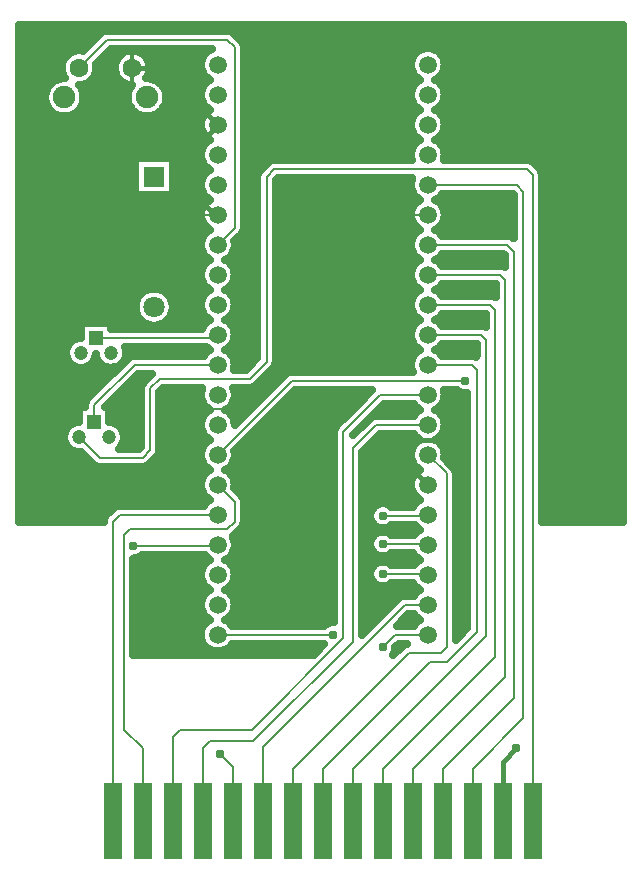
<source format=gbr>
G04 DipTrace 3.3.1.3*
G04 Top.gbr*
%MOIN*%
G04 #@! TF.FileFunction,Copper,L1,Top*
G04 #@! TF.Part,Single*
G04 #@! TA.AperFunction,Conductor*
%ADD13C,0.007874*%
%ADD14C,0.015748*%
G04 #@! TA.AperFunction,CopperBalancing*
%ADD15C,0.025*%
%ADD16C,0.012992*%
%ADD18R,0.059055X0.255906*%
G04 #@! TA.AperFunction,ComponentPad*
%ADD19R,0.047244X0.047244*%
%ADD20R,0.070866X0.070866*%
%ADD21C,0.070866*%
%ADD22C,0.047244*%
%ADD23C,0.062992*%
%ADD24C,0.074803*%
%ADD25C,0.059055*%
G04 #@! TA.AperFunction,ViaPad*
%ADD28C,0.031*%
%FSLAX26Y26*%
G04*
G70*
G90*
G75*
G01*
G04 Top*
%LPD*%
X1946850Y559235D2*
D13*
Y731233D1*
X2115600Y899982D1*
Y2656233D1*
X2092898Y2678935D1*
X1796850D1*
X1846850Y559235D2*
Y731233D1*
X2084350Y968733D1*
Y2456233D1*
X2061648Y2478935D1*
X1796850D1*
X1746850Y559235D2*
Y731233D1*
X2053100Y1037482D1*
Y2362483D1*
X2036648Y2378935D1*
X1796850D1*
X1646850Y559235D2*
Y731233D1*
X2021850Y1106233D1*
Y2262482D1*
X2005398Y2278935D1*
X1796850D1*
X1546850Y559235D2*
Y731233D1*
X1990600Y1174982D1*
Y2162483D1*
X1974148Y2178935D1*
X1796850D1*
X1446850Y559235D2*
Y731233D1*
X1803101Y1087483D1*
X1859352D1*
X1959350Y1187482D1*
Y2062482D1*
X1942898Y2078935D1*
X1796850D1*
X946850Y559235D2*
Y837482D1*
X971850Y862482D1*
X1209350D1*
X1515600Y1168731D1*
Y1856233D1*
X1638302Y1978935D1*
X1796850D1*
Y1878935D2*
X1625802D1*
X1546850Y1799983D1*
Y1156233D1*
X1215600Y824982D1*
X1071850D1*
X1046850Y799982D1*
Y559235D1*
X1346850D2*
Y731233D1*
X1734350Y1118733D1*
X1840601D1*
X1859350Y1137482D1*
Y1716435D1*
X1796850Y1778935D1*
X815600Y1474983D2*
X1092899D1*
X1096850Y1478935D1*
X1646850Y1574983D2*
X1792899D1*
X1796850Y1578935D1*
X1646850Y1481233D2*
X1794552D1*
X1796850Y1478935D1*
X1646852Y1381233D2*
X1794552D1*
X1796850Y1378935D1*
X1246850Y559235D2*
Y806233D1*
X1719552Y1278935D1*
X1796850D1*
X1646850Y1137482D2*
X1688303Y1178935D1*
X1796850D1*
X1096850D2*
X1478854D1*
X1479377Y1178413D1*
X1146850Y559235D2*
Y737482D1*
X1103100Y781233D1*
X2046850Y559235D2*
D14*
Y756231D1*
X2090601Y799982D1*
X1921850Y1831233D2*
Y1829437D1*
X1763806D1*
X1734350Y1799982D1*
Y1741435D1*
X1796850Y1678935D1*
X811516Y3068731D2*
X907054D1*
X1096850Y2878935D1*
Y2578935D2*
X1086648D1*
X1040600Y2624983D1*
Y2822684D1*
X1096850Y2878935D1*
Y2578935D2*
D13*
X557052D1*
X521850Y2543733D1*
Y1737483D1*
X553100Y1706233D1*
X959350D1*
X1009350Y1756233D1*
Y1899983D1*
X1040600Y1931233D1*
X1178100D1*
X1334350Y2087483D1*
X1665600D1*
X1709350Y2131233D1*
Y2549983D1*
X1738302Y2578935D1*
X1796850D1*
X690600Y2168733D2*
X1086648D1*
X1096850Y2178935D1*
X684350Y1887483D2*
Y1943733D1*
X819552Y2078935D1*
X1096850D1*
X746850Y559235D2*
Y1556233D1*
X769552Y1578935D1*
X1096850D1*
X846850Y559235D2*
Y799982D1*
X784350Y862482D1*
Y1512482D1*
X803101Y1531233D1*
X1128101D1*
X1153101Y1556233D1*
Y1622684D1*
X1096850Y1678935D1*
X634350Y1837483D2*
X703100Y1768733D1*
X846850D1*
X871850Y1793733D1*
Y1999983D1*
X903100Y2031233D1*
X1203100D1*
X1259350Y2087483D1*
Y2706233D1*
X1284350Y2731233D1*
X2128100D1*
X2146850Y2712483D1*
Y559235D1*
X634350Y3068731D2*
Y3068733D1*
X728101Y3162483D1*
X1128101D1*
X1153101Y3137483D1*
Y2535185D1*
X1096850Y2478935D1*
X1921850Y2024983D2*
X1342899D1*
X1096850Y1778935D1*
D28*
X1646850Y1137482D3*
X1646852Y1381233D3*
X815600Y1474983D3*
X1646850Y1481233D3*
Y1574983D3*
X1479377Y1178413D3*
X1103100Y781233D3*
X1921850Y2024983D3*
X2090601Y799982D3*
X1921850Y1831233D3*
X436868Y3187613D2*
D15*
X708428D1*
X1147770D2*
X2444361D1*
X436868Y3162745D2*
X682842D1*
X1173391D2*
X2444361D1*
X436868Y3137876D2*
X657975D1*
X1186022D2*
X2444361D1*
X436868Y3113007D2*
X594388D1*
X724157D2*
X771584D1*
X851474D2*
X1049866D1*
X1186022D2*
X1749895D1*
X1843816D2*
X2444361D1*
X436868Y3088138D2*
X577199D1*
X699289D2*
X754360D1*
X868663D2*
X1039101D1*
X1186022D2*
X1739093D1*
X1854617D2*
X2444361D1*
X436868Y3063269D2*
X574113D1*
X694589D2*
X751273D1*
X871749D2*
X1040572D1*
X1186022D2*
X1740565D1*
X1853145D2*
X2444361D1*
X436868Y3038401D2*
X582438D1*
X686263D2*
X759599D1*
X863424D2*
X1055679D1*
X1186022D2*
X1755672D1*
X1838002D2*
X2444361D1*
X436868Y3013532D2*
X535574D1*
X654614D2*
X791248D1*
X910288D2*
X1050296D1*
X1186022D2*
X1750289D1*
X1843421D2*
X2444361D1*
X436868Y2988663D2*
X521435D1*
X648836D2*
X797026D1*
X924427D2*
X1039172D1*
X1186022D2*
X1739165D1*
X1854509D2*
X2444361D1*
X436868Y2963794D2*
X519067D1*
X651205D2*
X794657D1*
X926795D2*
X1040428D1*
X1186022D2*
X1740421D1*
X1853289D2*
X2444361D1*
X436868Y2938926D2*
X526997D1*
X643310D2*
X802588D1*
X918901D2*
X1055141D1*
X1186022D2*
X1755134D1*
X1838576D2*
X2444361D1*
X436868Y2914057D2*
X552332D1*
X617940D2*
X827922D1*
X893530D2*
X1050691D1*
X1186022D2*
X1750720D1*
X1842990D2*
X2444361D1*
X436868Y2889188D2*
X1039280D1*
X1186022D2*
X1739273D1*
X1854437D2*
X2444361D1*
X436868Y2864319D2*
X1040285D1*
X1186022D2*
X1740278D1*
X1853432D2*
X2444361D1*
X436868Y2839451D2*
X1054603D1*
X1186022D2*
X1754595D1*
X1839079D2*
X2444361D1*
X436868Y2814582D2*
X1051122D1*
X1186022D2*
X1751150D1*
X1842560D2*
X2444361D1*
X436868Y2789713D2*
X1039388D1*
X1186022D2*
X1739380D1*
X1854330D2*
X2444361D1*
X436868Y2764844D2*
X819920D1*
X948792D2*
X1040141D1*
X1186022D2*
X1740134D1*
X1853576D2*
X2444361D1*
X436868Y2739975D2*
X819920D1*
X948792D2*
X1054100D1*
X1186022D2*
X1247552D1*
X2164907D2*
X2444361D1*
X436868Y2715107D2*
X819920D1*
X948792D2*
X1051588D1*
X1186022D2*
X1227744D1*
X2179656D2*
X2444361D1*
X436868Y2690238D2*
X819920D1*
X948792D2*
X1039495D1*
X1186022D2*
X1226416D1*
X1292276D2*
X1739488D1*
X2179763D2*
X2444361D1*
X436868Y2665369D2*
X819920D1*
X948792D2*
X1039998D1*
X1186022D2*
X1226416D1*
X1292276D2*
X1739990D1*
X2179763D2*
X2444361D1*
X436868Y2640500D2*
X1053598D1*
X1186022D2*
X1226416D1*
X1292276D2*
X1753591D1*
X1840119D2*
X2082684D1*
X2179763D2*
X2444361D1*
X436868Y2615632D2*
X1052019D1*
X1186022D2*
X1226416D1*
X1292276D2*
X1752012D1*
X1841662D2*
X2082684D1*
X2179763D2*
X2444361D1*
X436868Y2590763D2*
X1039603D1*
X1186022D2*
X1226416D1*
X1292276D2*
X1739596D1*
X1854114D2*
X2082684D1*
X2179763D2*
X2444361D1*
X436868Y2565894D2*
X1039854D1*
X1186022D2*
X1226416D1*
X1292276D2*
X1739883D1*
X1853827D2*
X2082684D1*
X2179763D2*
X2444361D1*
X436868Y2541025D2*
X1053095D1*
X1186022D2*
X1226416D1*
X1292276D2*
X1753124D1*
X1840586D2*
X2082684D1*
X2179763D2*
X2444361D1*
X436868Y2516157D2*
X1052485D1*
X1179348D2*
X1226416D1*
X1292276D2*
X1752478D1*
X1841232D2*
X2082684D1*
X2179763D2*
X2444361D1*
X436868Y2491288D2*
X1039711D1*
X1154731D2*
X1226416D1*
X1292276D2*
X1739703D1*
X2179763D2*
X2444361D1*
X436868Y2466419D2*
X1039746D1*
X1153942D2*
X1226416D1*
X1292276D2*
X1739739D1*
X2179763D2*
X2444361D1*
X436868Y2441550D2*
X1052629D1*
X1141060D2*
X1226416D1*
X1292276D2*
X1752622D1*
X1841088D2*
X2051429D1*
X2179763D2*
X2444361D1*
X436868Y2416682D2*
X1052952D1*
X1140737D2*
X1226416D1*
X1292276D2*
X1752945D1*
X1840729D2*
X2051429D1*
X2179763D2*
X2444361D1*
X436868Y2391813D2*
X1039818D1*
X1153870D2*
X1226416D1*
X1292276D2*
X1739847D1*
X2179763D2*
X2444361D1*
X436868Y2366944D2*
X1039639D1*
X1154086D2*
X1226416D1*
X1292276D2*
X1739632D1*
X2179763D2*
X2444361D1*
X436868Y2342075D2*
X1052162D1*
X1141526D2*
X1226416D1*
X1292276D2*
X1752155D1*
X1841519D2*
X2020174D1*
X2179763D2*
X2444361D1*
X436868Y2317206D2*
X840517D1*
X928195D2*
X1053454D1*
X1140270D2*
X1226416D1*
X1292276D2*
X1753447D1*
X1840263D2*
X2020174D1*
X2179763D2*
X2444361D1*
X436868Y2292338D2*
X823688D1*
X945024D2*
X1039962D1*
X1153727D2*
X1226416D1*
X1292276D2*
X1739955D1*
X2179763D2*
X2444361D1*
X436868Y2267469D2*
X820028D1*
X948684D2*
X1039531D1*
X1154193D2*
X1226416D1*
X1292276D2*
X1739524D1*
X2179763D2*
X2444361D1*
X436868Y2242600D2*
X826881D1*
X941831D2*
X1051696D1*
X1141993D2*
X1226416D1*
X1292276D2*
X1751725D1*
X1841985D2*
X1988919D1*
X2179763D2*
X2444361D1*
X436868Y2217731D2*
X637987D1*
X743212D2*
X850421D1*
X918255D2*
X1053957D1*
X1139768D2*
X1226416D1*
X1292276D2*
X1753949D1*
X1839761D2*
X1988919D1*
X2179763D2*
X2444361D1*
X436868Y2192863D2*
X637987D1*
X1153619D2*
X1226416D1*
X1292276D2*
X1740098D1*
X2179763D2*
X2444361D1*
X436868Y2167994D2*
X628908D1*
X1154301D2*
X1226416D1*
X1292276D2*
X1739416D1*
X2179763D2*
X2444361D1*
X436868Y2143125D2*
X594316D1*
X1142423D2*
X1226416D1*
X1292276D2*
X1751258D1*
X1842416D2*
X1957664D1*
X2179763D2*
X2444361D1*
X436868Y2118256D2*
X588000D1*
X793198D2*
X1054459D1*
X1139265D2*
X1226416D1*
X1292276D2*
X1754452D1*
X1839258D2*
X1957664D1*
X2179763D2*
X2444361D1*
X436868Y2093388D2*
X594854D1*
X686335D2*
X694851D1*
X1153476D2*
X1219706D1*
X1292276D2*
X1740242D1*
X2179763D2*
X2444361D1*
X436868Y2068519D2*
X763618D1*
X1154409D2*
X1194838D1*
X1285637D2*
X1739309D1*
X2179763D2*
X2444361D1*
X436868Y2043650D2*
X738750D1*
X829800D2*
X869978D1*
X1261056D2*
X1316019D1*
X2179763D2*
X2444361D1*
X436868Y2018781D2*
X713882D1*
X804932D2*
X845434D1*
X1236189D2*
X1291151D1*
X2179763D2*
X2444361D1*
X436868Y1993913D2*
X689014D1*
X780065D2*
X838939D1*
X911329D2*
X1040356D1*
X1153332D2*
X1266283D1*
X1357369D2*
X1607757D1*
X1853325D2*
X1891099D1*
X2179763D2*
X2444361D1*
X436868Y1969044D2*
X664111D1*
X755197D2*
X838939D1*
X904762D2*
X1039208D1*
X1154480D2*
X1241416D1*
X1332502D2*
X1582889D1*
X1854473D2*
X1926409D1*
X2179763D2*
X2444361D1*
X436868Y1944175D2*
X651408D1*
X730329D2*
X838939D1*
X904762D2*
X1050404D1*
X1143284D2*
X1216548D1*
X1307634D2*
X1558022D1*
X1649072D2*
X1750433D1*
X1843277D2*
X1926409D1*
X2179763D2*
X2444361D1*
X436868Y1919306D2*
X631743D1*
X736968D2*
X838939D1*
X904762D2*
X1055500D1*
X1138189D2*
X1191680D1*
X1282766D2*
X1533154D1*
X1624204D2*
X1755528D1*
X1838182D2*
X1926409D1*
X2179763D2*
X2444361D1*
X436868Y1894437D2*
X631743D1*
X736968D2*
X838939D1*
X904762D2*
X1040536D1*
X1153188D2*
X1166812D1*
X1257899D2*
X1508286D1*
X1853181D2*
X1926409D1*
X2179763D2*
X2444361D1*
X436868Y1869569D2*
X593347D1*
X775364D2*
X838939D1*
X904762D2*
X1039136D1*
X1233031D2*
X1485751D1*
X1854581D2*
X1926409D1*
X2179763D2*
X2444361D1*
X436868Y1844700D2*
X582259D1*
X786452D2*
X838939D1*
X904762D2*
X1050009D1*
X1208163D2*
X1482665D1*
X1637087D2*
X1750002D1*
X1843708D2*
X1926409D1*
X2179763D2*
X2444361D1*
X436868Y1819831D2*
X584950D1*
X783761D2*
X838939D1*
X904762D2*
X1056074D1*
X1183295D2*
X1482665D1*
X1612219D2*
X1756067D1*
X1837643D2*
X1926409D1*
X2179763D2*
X2444361D1*
X436868Y1794962D2*
X605332D1*
X904762D2*
X1040679D1*
X1158428D2*
X1482665D1*
X1587351D2*
X1740672D1*
X1853038D2*
X1926409D1*
X2179763D2*
X2444361D1*
X436868Y1770094D2*
X656216D1*
X893746D2*
X1039029D1*
X1154660D2*
X1482665D1*
X1579780D2*
X1739022D1*
X1854653D2*
X1926409D1*
X2179763D2*
X2444361D1*
X436868Y1745225D2*
X681263D1*
X868663D2*
X1049615D1*
X1144110D2*
X1482665D1*
X1579780D2*
X1749607D1*
X1876111D2*
X1926409D1*
X2179763D2*
X2444361D1*
X436868Y1720356D2*
X1056648D1*
X1137076D2*
X1482665D1*
X1579780D2*
X1756641D1*
X1892044D2*
X1926409D1*
X2179763D2*
X2444361D1*
X436868Y1695487D2*
X1040823D1*
X1152866D2*
X1482665D1*
X1579780D2*
X1740816D1*
X1892295D2*
X1926409D1*
X2179763D2*
X2444361D1*
X436868Y1670619D2*
X1038957D1*
X1154731D2*
X1482665D1*
X1579780D2*
X1738950D1*
X1892295D2*
X1926409D1*
X2179763D2*
X2444361D1*
X436868Y1645750D2*
X1049220D1*
X1175580D2*
X1482665D1*
X1579780D2*
X1749213D1*
X1892295D2*
X1926409D1*
X2179763D2*
X2444361D1*
X436868Y1620881D2*
X1057222D1*
X1186022D2*
X1482665D1*
X1579780D2*
X1757215D1*
X1892295D2*
X1926409D1*
X2179763D2*
X2444361D1*
X436868Y1596012D2*
X741082D1*
X1186022D2*
X1482665D1*
X1579780D2*
X1608008D1*
X1892295D2*
X1926409D1*
X2179763D2*
X2444361D1*
X436868Y1571143D2*
X717829D1*
X1186022D2*
X1482665D1*
X1579780D2*
X1602518D1*
X1892295D2*
X1926409D1*
X2179763D2*
X2444361D1*
X1184372Y1546275D2*
X1482665D1*
X1579780D2*
X1613714D1*
X1892295D2*
X1926409D1*
X1163810Y1521406D2*
X1482665D1*
X1579780D2*
X1632123D1*
X1661560D2*
X1757825D1*
X1892295D2*
X1926409D1*
X1152543Y1496537D2*
X1482665D1*
X1579780D2*
X1605245D1*
X1892295D2*
X1926409D1*
X1154911Y1471668D2*
X1482665D1*
X1579780D2*
X1603451D1*
X1892295D2*
X1926409D1*
X1145222Y1446800D2*
X1482665D1*
X1579780D2*
X1620317D1*
X1673402D2*
X1748459D1*
X1892295D2*
X1926409D1*
X817277Y1421931D2*
X1058442D1*
X1135246D2*
X1482665D1*
X1579780D2*
X1634024D1*
X1659694D2*
X1758435D1*
X1892295D2*
X1926409D1*
X817277Y1397062D2*
X1041361D1*
X1152363D2*
X1482665D1*
X1579780D2*
X1605461D1*
X1892295D2*
X1926409D1*
X817277Y1372193D2*
X1038742D1*
X1154947D2*
X1482665D1*
X1579780D2*
X1603343D1*
X1892295D2*
X1926409D1*
X817277Y1347325D2*
X1048107D1*
X1145617D2*
X1482665D1*
X1579780D2*
X1619599D1*
X1674119D2*
X1748100D1*
X1892295D2*
X1926409D1*
X817277Y1322456D2*
X1059088D1*
X1134636D2*
X1482665D1*
X1579780D2*
X1759081D1*
X1892295D2*
X1926409D1*
X817277Y1297587D2*
X1041541D1*
X1152184D2*
X1482665D1*
X1579780D2*
X1692659D1*
X1892295D2*
X1926409D1*
X817277Y1272718D2*
X1038670D1*
X1155019D2*
X1482665D1*
X1579780D2*
X1667791D1*
X1892295D2*
X1926409D1*
X817277Y1247850D2*
X1047749D1*
X1145940D2*
X1482665D1*
X1579780D2*
X1642924D1*
X1734010D2*
X1747741D1*
X1892295D2*
X1926409D1*
X817277Y1222981D2*
X1059734D1*
X1133955D2*
X1482665D1*
X1579780D2*
X1618056D1*
X1709142D2*
X1759727D1*
X1892295D2*
X1926409D1*
X817277Y1198112D2*
X1041720D1*
X1579780D2*
X1593188D1*
X1892295D2*
X1924435D1*
X817277Y1173243D2*
X1038634D1*
X817277Y1148374D2*
X1047390D1*
X1146299D2*
X1447534D1*
X1703293D2*
X1724955D1*
X817277Y1123506D2*
X1086252D1*
X1107472D2*
X1424856D1*
X831612Y2768059D2*
X946276D1*
Y2644209D1*
X822425D1*
Y2768059D1*
X831612D1*
X946085Y2266236D2*
X944565Y2256639D1*
X941562Y2247397D1*
X937150Y2238739D1*
X931439Y2230878D1*
X924568Y2224007D1*
X916706Y2218295D1*
X908048Y2213883D1*
X898807Y2210881D1*
X889209Y2209361D1*
X879492D1*
X869894Y2210881D1*
X860653Y2213883D1*
X851995Y2218295D1*
X844133Y2224007D1*
X837262Y2230878D1*
X831550Y2238739D1*
X827139Y2247397D1*
X824136Y2256639D1*
X822616Y2266236D1*
Y2275954D1*
X824136Y2285551D1*
X827139Y2294793D1*
X831550Y2303451D1*
X837262Y2311312D1*
X844133Y2318183D1*
X851995Y2323895D1*
X860653Y2328306D1*
X869894Y2331309D1*
X879492Y2332829D1*
X889209D1*
X898807Y2331309D1*
X908048Y2328306D1*
X916706Y2323895D1*
X924568Y2318183D1*
X931439Y2311312D1*
X937150Y2303451D1*
X941562Y2294793D1*
X944565Y2285551D1*
X946085Y2275954D1*
Y2266236D1*
X690588Y2115523D2*
X690098Y2110893D1*
X688262Y2103247D1*
X685252Y2095981D1*
X681144Y2089276D1*
X676036Y2083297D1*
X670057Y2078189D1*
X663352Y2074081D1*
X656087Y2071071D1*
X648440Y2069236D1*
X640600Y2068619D1*
X632761Y2069236D1*
X625114Y2071071D1*
X617849Y2074081D1*
X611144Y2078189D1*
X605164Y2083297D1*
X600057Y2089276D1*
X595948Y2095981D1*
X592939Y2103247D1*
X591103Y2110893D1*
X590486Y2118733D1*
X591103Y2126572D1*
X592939Y2134219D1*
X595948Y2141484D1*
X600057Y2148189D1*
X605164Y2154169D1*
X611144Y2159276D1*
X617849Y2163385D1*
X625114Y2166394D1*
X632761Y2168230D1*
X640493Y2168843D1*
X640486Y2218847D1*
X740715D1*
Y2199146D1*
X1044598Y2199162D1*
X1046936Y2204367D1*
X1051530Y2211862D1*
X1057238Y2218547D1*
X1063923Y2224256D1*
X1071590Y2228928D1*
X1063923Y2233614D1*
X1057238Y2239323D1*
X1051530Y2246007D1*
X1046936Y2253502D1*
X1043573Y2261624D1*
X1041520Y2270171D1*
X1040831Y2278935D1*
X1041520Y2287698D1*
X1043573Y2296246D1*
X1046936Y2304367D1*
X1051530Y2311862D1*
X1057238Y2318547D1*
X1063923Y2324256D1*
X1071590Y2328928D1*
X1063923Y2333614D1*
X1057238Y2339323D1*
X1051530Y2346007D1*
X1046936Y2353502D1*
X1043573Y2361624D1*
X1041520Y2370171D1*
X1040831Y2378935D1*
X1041520Y2387698D1*
X1043573Y2396246D1*
X1046936Y2404367D1*
X1051530Y2411862D1*
X1057238Y2418547D1*
X1063923Y2424256D1*
X1071590Y2428928D1*
X1063923Y2433614D1*
X1057238Y2439323D1*
X1051530Y2446007D1*
X1046936Y2453502D1*
X1043573Y2461624D1*
X1041520Y2470171D1*
X1040831Y2478935D1*
X1041520Y2487698D1*
X1043573Y2496246D1*
X1046936Y2504367D1*
X1051530Y2511862D1*
X1057238Y2518547D1*
X1063923Y2524256D1*
X1071590Y2528928D1*
X1065507Y2532504D1*
X1059702Y2537004D1*
X1054537Y2542223D1*
X1050098Y2548074D1*
X1046463Y2554455D1*
X1043693Y2561256D1*
X1041837Y2568362D1*
X1040927Y2575649D1*
X1040978Y2582993D1*
X1041989Y2590267D1*
X1043943Y2597346D1*
X1046806Y2604109D1*
X1050529Y2610439D1*
X1055048Y2616227D1*
X1060285Y2621375D1*
X1066151Y2625794D1*
X1071602Y2628934D1*
X1063923Y2633614D1*
X1057238Y2639323D1*
X1051530Y2646007D1*
X1046936Y2653502D1*
X1043573Y2661624D1*
X1041520Y2670171D1*
X1040831Y2678935D1*
X1041520Y2687698D1*
X1043573Y2696246D1*
X1046936Y2704367D1*
X1051530Y2711862D1*
X1057238Y2718547D1*
X1063923Y2724256D1*
X1071590Y2728928D1*
X1063923Y2733614D1*
X1057238Y2739323D1*
X1051530Y2746007D1*
X1046936Y2753502D1*
X1043573Y2761624D1*
X1041520Y2770171D1*
X1040831Y2778935D1*
X1041520Y2787698D1*
X1043573Y2796246D1*
X1046936Y2804367D1*
X1051530Y2811862D1*
X1057238Y2818547D1*
X1063923Y2824256D1*
X1071590Y2828928D1*
X1065507Y2832504D1*
X1059702Y2837004D1*
X1054537Y2842223D1*
X1050098Y2848074D1*
X1046463Y2854455D1*
X1043693Y2861256D1*
X1041837Y2868362D1*
X1040927Y2875649D1*
X1040978Y2882993D1*
X1041989Y2890267D1*
X1043943Y2897346D1*
X1046806Y2904109D1*
X1050529Y2910439D1*
X1055048Y2916227D1*
X1060285Y2921375D1*
X1066151Y2925794D1*
X1071602Y2928934D1*
X1063923Y2933614D1*
X1057238Y2939323D1*
X1051530Y2946007D1*
X1046936Y2953502D1*
X1043573Y2961624D1*
X1041520Y2970171D1*
X1040831Y2978935D1*
X1041520Y2987698D1*
X1043573Y2996246D1*
X1046936Y3004367D1*
X1051530Y3011862D1*
X1057238Y3018547D1*
X1063923Y3024256D1*
X1071590Y3028928D1*
X1063923Y3033614D1*
X1057238Y3039323D1*
X1051530Y3046007D1*
X1046936Y3053502D1*
X1043573Y3061624D1*
X1041520Y3070171D1*
X1040831Y3078935D1*
X1041520Y3087698D1*
X1043573Y3096246D1*
X1046936Y3104367D1*
X1051530Y3111862D1*
X1057238Y3118547D1*
X1063923Y3124256D1*
X1071418Y3128849D1*
X1079104Y3132052D1*
X740731Y3132054D1*
X690776Y3082124D1*
X692160Y3073281D1*
Y3064182D1*
X690736Y3055194D1*
X687924Y3046540D1*
X683793Y3038433D1*
X678445Y3031071D1*
X672011Y3024637D1*
X664649Y3019288D1*
X656542Y3015157D1*
X647887Y3012345D1*
X638900Y3010922D1*
X634617Y3010754D1*
X639616Y3003691D1*
X644168Y2994757D1*
X647266Y2985222D1*
X648835Y2975319D1*
Y2965293D1*
X647266Y2955391D1*
X644168Y2945855D1*
X639616Y2936922D1*
X633723Y2928811D1*
X626633Y2921721D1*
X618522Y2915828D1*
X609589Y2911276D1*
X600053Y2908178D1*
X590151Y2906609D1*
X580125D1*
X570222Y2908178D1*
X560687Y2911276D1*
X551753Y2915828D1*
X543642Y2921721D1*
X536553Y2928811D1*
X530659Y2936922D1*
X526108Y2945855D1*
X523009Y2955391D1*
X521441Y2965293D1*
Y2975319D1*
X523009Y2985222D1*
X526108Y2994757D1*
X530659Y3003691D1*
X536553Y3011802D1*
X543642Y3018891D1*
X551753Y3024785D1*
X560687Y3029336D1*
X570222Y3032435D1*
X580125Y3034003D1*
X587860Y3034093D1*
X584907Y3038433D1*
X580776Y3046540D1*
X577964Y3055194D1*
X576541Y3064182D1*
Y3073281D1*
X577964Y3082268D1*
X580776Y3090923D1*
X584907Y3099030D1*
X590256Y3106392D1*
X596690Y3112826D1*
X604052Y3118174D1*
X612159Y3122306D1*
X620813Y3125117D1*
X629801Y3126541D1*
X638900D1*
X647730Y3125149D1*
X708339Y3185622D1*
X712202Y3188429D1*
X716456Y3190596D1*
X720997Y3192072D1*
X725714Y3192819D1*
X801592Y3192913D1*
X1130489Y3192819D1*
X1135205Y3192072D1*
X1139746Y3190596D1*
X1144000Y3188429D1*
X1147863Y3185622D1*
X1174618Y3159000D1*
X1177719Y3155369D1*
X1180214Y3151298D1*
X1182041Y3146887D1*
X1183156Y3142244D1*
X1183530Y3137483D1*
X1183437Y2532798D1*
X1182690Y2528082D1*
X1181214Y2523541D1*
X1179046Y2519286D1*
X1176240Y2515423D1*
X1151604Y2490655D1*
X1152697Y2483330D1*
Y2474540D1*
X1151322Y2465857D1*
X1148606Y2457497D1*
X1144615Y2449665D1*
X1139448Y2442553D1*
X1133232Y2436337D1*
X1126121Y2431170D1*
X1122283Y2428849D1*
X1129778Y2424256D1*
X1136462Y2418547D1*
X1142171Y2411862D1*
X1146764Y2404367D1*
X1150128Y2396246D1*
X1152180Y2387698D1*
X1152870Y2378935D1*
X1152180Y2370171D1*
X1150128Y2361624D1*
X1146764Y2353502D1*
X1142171Y2346007D1*
X1136462Y2339323D1*
X1129778Y2333614D1*
X1122111Y2328942D1*
X1129778Y2324256D1*
X1136462Y2318547D1*
X1142171Y2311862D1*
X1146764Y2304367D1*
X1150128Y2296246D1*
X1152180Y2287698D1*
X1152870Y2278935D1*
X1152180Y2270171D1*
X1150128Y2261624D1*
X1146764Y2253502D1*
X1142171Y2246007D1*
X1136462Y2239323D1*
X1129778Y2233614D1*
X1122111Y2228942D1*
X1129778Y2224256D1*
X1136462Y2218547D1*
X1142171Y2211862D1*
X1146764Y2204367D1*
X1150128Y2196246D1*
X1152180Y2187698D1*
X1152870Y2178935D1*
X1152180Y2170171D1*
X1150128Y2161624D1*
X1146764Y2153502D1*
X1142171Y2146007D1*
X1136462Y2139323D1*
X1129778Y2133614D1*
X1122111Y2128942D1*
X1129778Y2124256D1*
X1136462Y2118547D1*
X1142171Y2111862D1*
X1146764Y2104367D1*
X1150128Y2096246D1*
X1152180Y2087698D1*
X1152870Y2078935D1*
X1152180Y2070171D1*
X1150142Y2061673D1*
X1190497Y2061662D1*
X1228906Y2100072D1*
X1229015Y2708620D1*
X1229762Y2713336D1*
X1231237Y2717877D1*
X1233405Y2722132D1*
X1236212Y2725995D1*
X1262834Y2752749D1*
X1266465Y2755850D1*
X1270536Y2758345D1*
X1274947Y2760173D1*
X1279590Y2761287D1*
X1284350Y2761662D1*
X1743560D1*
X1741520Y2770171D1*
X1740831Y2778935D1*
X1741520Y2787698D1*
X1743573Y2796246D1*
X1746936Y2804367D1*
X1751530Y2811862D1*
X1757238Y2818547D1*
X1763923Y2824256D1*
X1771590Y2828928D1*
X1763923Y2833614D1*
X1757238Y2839323D1*
X1751530Y2846007D1*
X1746936Y2853502D1*
X1743573Y2861624D1*
X1741520Y2870171D1*
X1740831Y2878935D1*
X1741520Y2887698D1*
X1743573Y2896246D1*
X1746936Y2904367D1*
X1751530Y2911862D1*
X1757238Y2918547D1*
X1763923Y2924256D1*
X1771590Y2928928D1*
X1763923Y2933614D1*
X1757238Y2939323D1*
X1751530Y2946007D1*
X1746936Y2953502D1*
X1743573Y2961624D1*
X1741520Y2970171D1*
X1740831Y2978935D1*
X1741520Y2987698D1*
X1743573Y2996246D1*
X1746936Y3004367D1*
X1751530Y3011862D1*
X1757238Y3018547D1*
X1763923Y3024256D1*
X1771590Y3028928D1*
X1763923Y3033614D1*
X1757238Y3039323D1*
X1751530Y3046007D1*
X1746936Y3053502D1*
X1743573Y3061624D1*
X1741520Y3070171D1*
X1740831Y3078935D1*
X1741520Y3087698D1*
X1743573Y3096246D1*
X1746936Y3104367D1*
X1751530Y3111862D1*
X1757238Y3118547D1*
X1763923Y3124256D1*
X1771418Y3128849D1*
X1779539Y3132213D1*
X1788087Y3134265D1*
X1796850Y3134954D1*
X1805614Y3134265D1*
X1814161Y3132213D1*
X1822283Y3128849D1*
X1829778Y3124256D1*
X1836462Y3118547D1*
X1842171Y3111862D1*
X1846764Y3104367D1*
X1850128Y3096246D1*
X1852180Y3087698D1*
X1852870Y3078935D1*
X1852180Y3070171D1*
X1850128Y3061624D1*
X1846764Y3053502D1*
X1842171Y3046007D1*
X1836462Y3039323D1*
X1829778Y3033614D1*
X1822111Y3028942D1*
X1829778Y3024256D1*
X1836462Y3018547D1*
X1842171Y3011862D1*
X1846764Y3004367D1*
X1850128Y2996246D1*
X1852180Y2987698D1*
X1852870Y2978935D1*
X1852180Y2970171D1*
X1850128Y2961624D1*
X1846764Y2953502D1*
X1842171Y2946007D1*
X1836462Y2939323D1*
X1829778Y2933614D1*
X1822111Y2928942D1*
X1829778Y2924256D1*
X1836462Y2918547D1*
X1842171Y2911862D1*
X1846764Y2904367D1*
X1850128Y2896246D1*
X1852180Y2887698D1*
X1852870Y2878935D1*
X1852180Y2870171D1*
X1850128Y2861624D1*
X1846764Y2853502D1*
X1842171Y2846007D1*
X1836462Y2839323D1*
X1829778Y2833614D1*
X1822111Y2828942D1*
X1829778Y2824256D1*
X1836462Y2818547D1*
X1842171Y2811862D1*
X1846764Y2804367D1*
X1850128Y2796246D1*
X1852180Y2787698D1*
X1852870Y2778935D1*
X1852180Y2770171D1*
X1850142Y2761673D1*
X2130488Y2761568D1*
X2135204Y2760821D1*
X2139745Y2759346D1*
X2144000Y2757178D1*
X2147863Y2754371D1*
X2168367Y2733999D1*
X2171468Y2730369D1*
X2173963Y2726297D1*
X2175790Y2721886D1*
X2176905Y2717243D1*
X2177280Y2712483D1*
Y1556187D1*
X2446836Y1556233D1*
X2446850Y3212455D1*
X434370Y3212482D1*
X434350Y1556260D1*
X716403Y1556233D1*
X716796Y1560993D1*
X717910Y1565636D1*
X719738Y1570047D1*
X722233Y1574119D1*
X725334Y1577749D1*
X749790Y1602073D1*
X753653Y1604880D1*
X757908Y1607048D1*
X762449Y1608523D1*
X767165Y1609270D1*
X843043Y1609364D1*
X1049844D1*
X1054253Y1615317D1*
X1060469Y1621533D1*
X1067580Y1626699D1*
X1071418Y1629021D1*
X1063923Y1633614D1*
X1057238Y1639323D1*
X1051530Y1646007D1*
X1046936Y1653502D1*
X1043573Y1661624D1*
X1041520Y1670171D1*
X1040831Y1678935D1*
X1041520Y1687698D1*
X1043573Y1696246D1*
X1046936Y1704367D1*
X1051530Y1711862D1*
X1057238Y1718547D1*
X1063923Y1724256D1*
X1071590Y1728928D1*
X1063923Y1733614D1*
X1057238Y1739323D1*
X1051530Y1746007D1*
X1046936Y1753502D1*
X1043573Y1761624D1*
X1041520Y1770171D1*
X1040831Y1778935D1*
X1041520Y1787698D1*
X1043573Y1796246D1*
X1046936Y1804367D1*
X1051530Y1811862D1*
X1057238Y1818547D1*
X1063923Y1824256D1*
X1071590Y1828928D1*
X1063923Y1833614D1*
X1057238Y1839323D1*
X1051530Y1846007D1*
X1046936Y1853502D1*
X1043573Y1861624D1*
X1041520Y1870171D1*
X1040831Y1878935D1*
X1041520Y1887698D1*
X1043573Y1896246D1*
X1046936Y1904367D1*
X1051530Y1911862D1*
X1057238Y1918547D1*
X1063923Y1924256D1*
X1071590Y1928928D1*
X1063923Y1933614D1*
X1057238Y1939323D1*
X1051530Y1946007D1*
X1046936Y1953502D1*
X1043573Y1961624D1*
X1041520Y1970171D1*
X1040831Y1978935D1*
X1041520Y1987698D1*
X1043573Y1996246D1*
X1045289Y2000794D1*
X915704Y2000804D1*
X902263Y1987362D1*
X902186Y1791345D1*
X901439Y1786629D1*
X899963Y1782088D1*
X897796Y1777834D1*
X894989Y1773971D1*
X868367Y1747216D1*
X864736Y1744115D1*
X860665Y1741620D1*
X856254Y1739793D1*
X851611Y1738678D1*
X846841Y1738304D1*
X700713Y1738397D1*
X695997Y1739144D1*
X691456Y1740620D1*
X687201Y1742788D1*
X683338Y1745594D1*
X641011Y1787789D1*
X634350Y1787369D1*
X626511Y1787986D1*
X618864Y1789821D1*
X611599Y1792831D1*
X604894Y1796939D1*
X598914Y1802047D1*
X593807Y1808026D1*
X589698Y1814731D1*
X586689Y1821997D1*
X584853Y1829643D1*
X584236Y1837483D1*
X584853Y1845322D1*
X586689Y1852969D1*
X589698Y1860234D1*
X593807Y1866939D1*
X598914Y1872919D1*
X604894Y1878026D1*
X611599Y1882135D1*
X618864Y1885144D1*
X626511Y1886980D1*
X634243Y1887593D1*
X634236Y1937597D1*
X653937D1*
X654015Y1946120D1*
X654762Y1950836D1*
X656237Y1955377D1*
X658405Y1959632D1*
X661212Y1963495D1*
X714800Y2017215D1*
X799790Y2102073D1*
X803653Y2104880D1*
X807908Y2107048D1*
X812449Y2108523D1*
X817165Y2109270D1*
X893043Y2109364D1*
X1049821D1*
X1054253Y2115317D1*
X1060469Y2121533D1*
X1067580Y2126699D1*
X1071418Y2129021D1*
X1063923Y2133614D1*
X1058336Y2138308D1*
X786764Y2138303D1*
X789330Y2130432D1*
X790560Y2122665D1*
Y2114801D1*
X789330Y2107034D1*
X786900Y2099555D1*
X783330Y2092548D1*
X778708Y2086186D1*
X773147Y2080626D1*
X766785Y2076003D1*
X759778Y2072433D1*
X752299Y2070003D1*
X744532Y2068773D1*
X736668D1*
X728901Y2070003D1*
X721423Y2072433D1*
X714416Y2076003D1*
X708054Y2080626D1*
X702493Y2086186D1*
X697871Y2092548D1*
X694301Y2099555D1*
X691871Y2107034D1*
X690641Y2114801D1*
X690612Y2115523D1*
X721255Y1937597D2*
X734465D1*
Y1887610D1*
X742190Y1886980D1*
X749837Y1885144D1*
X757102Y1882135D1*
X763807Y1878026D1*
X769786Y1872919D1*
X774894Y1866939D1*
X779002Y1860234D1*
X782012Y1852969D1*
X783848Y1845322D1*
X784465Y1837483D1*
X783848Y1829643D1*
X782012Y1821997D1*
X779002Y1814731D1*
X774894Y1808026D1*
X769786Y1802047D1*
X766619Y1799157D1*
X834257Y1799162D1*
X841446Y1806362D1*
X841515Y2002370D1*
X842262Y2007086D1*
X843737Y2011627D1*
X845905Y2015882D1*
X848712Y2019745D1*
X877325Y2048490D1*
X832133Y2048506D1*
X721228Y1937577D1*
X869475Y3066894D2*
X868778Y3059583D1*
X867162Y3052419D1*
X864654Y3045517D1*
X861294Y3038986D1*
X858051Y3034139D1*
X865741Y3034003D1*
X875644Y3032435D1*
X885179Y3029336D1*
X894113Y3024785D1*
X902224Y3018891D1*
X909313Y3011802D1*
X915207Y3003691D1*
X919758Y2994757D1*
X922857Y2985222D1*
X924425Y2975319D1*
Y2965293D1*
X922857Y2955391D1*
X919758Y2945855D1*
X915207Y2936922D1*
X909313Y2928811D1*
X902224Y2921721D1*
X894113Y2915828D1*
X885179Y2911276D1*
X875644Y2908178D1*
X865741Y2906609D1*
X855715D1*
X845813Y2908178D1*
X836277Y2911276D1*
X827344Y2915828D1*
X819233Y2921721D1*
X812143Y2928811D1*
X806250Y2936922D1*
X801698Y2945855D1*
X798600Y2955391D1*
X797032Y2965293D1*
Y2975319D1*
X798600Y2985222D1*
X801698Y2994757D1*
X806250Y3003691D1*
X811306Y3010740D1*
X803417Y3011311D1*
X796225Y3012796D1*
X789277Y3015177D1*
X782687Y3018417D1*
X776558Y3022465D1*
X770991Y3027254D1*
X766073Y3032709D1*
X761885Y3038742D1*
X758492Y3045255D1*
X755950Y3052145D1*
X754299Y3059302D1*
X753566Y3066609D1*
X753763Y3073951D1*
X754886Y3081208D1*
X756917Y3088266D1*
X759824Y3095010D1*
X763560Y3101333D1*
X768065Y3107133D1*
X773268Y3112317D1*
X779083Y3116802D1*
X785419Y3120516D1*
X792174Y3123399D1*
X799239Y3125405D1*
X806501Y3126502D1*
X813843Y3126673D1*
X821148Y3125914D1*
X828298Y3124238D1*
X835179Y3121672D1*
X841681Y3118256D1*
X847699Y3114046D1*
X853136Y3109109D1*
X857906Y3103525D1*
X861931Y3097383D1*
X865148Y3090780D1*
X867505Y3083825D1*
X868964Y3076627D1*
X869504Y3068731D1*
X869475Y3066894D1*
X1688800Y1136388D2*
X1688326Y1130913D1*
X1686787Y1124506D1*
X1684266Y1118418D1*
X1680576Y1112486D1*
X1689095Y1116510D1*
X1714588Y1141871D1*
X1718451Y1144678D1*
X1722706Y1146846D1*
X1727256Y1148323D1*
X1704987Y1148506D1*
X1700932D1*
X1688836Y1136434D1*
X1675741Y1350797D2*
X1671534Y1347260D1*
X1665916Y1343817D1*
X1659828Y1341296D1*
X1653421Y1339758D1*
X1646852Y1339241D1*
X1640283Y1339758D1*
X1633875Y1341296D1*
X1627788Y1343817D1*
X1622169Y1347260D1*
X1617159Y1351540D1*
X1612879Y1356550D1*
X1609436Y1362169D1*
X1606915Y1368256D1*
X1605377Y1374664D1*
X1604860Y1381233D1*
X1605377Y1387802D1*
X1606915Y1394209D1*
X1609436Y1400297D1*
X1612879Y1405915D1*
X1617159Y1410926D1*
X1622169Y1415205D1*
X1627788Y1418648D1*
X1633875Y1421170D1*
X1640283Y1422708D1*
X1646852Y1423225D1*
X1653421Y1422708D1*
X1659828Y1421170D1*
X1665916Y1418648D1*
X1671534Y1415205D1*
X1675741Y1411669D1*
X1751530Y1411862D1*
X1757238Y1418547D1*
X1763923Y1424256D1*
X1771590Y1428928D1*
X1763923Y1433614D1*
X1757238Y1439323D1*
X1751530Y1446007D1*
X1748456Y1450789D1*
X1675812Y1450804D1*
X1671533Y1447260D1*
X1665914Y1443817D1*
X1659827Y1441296D1*
X1653419Y1439758D1*
X1646850Y1439241D1*
X1640281Y1439758D1*
X1633874Y1441296D1*
X1627786Y1443817D1*
X1622168Y1447260D1*
X1617157Y1451540D1*
X1612878Y1456550D1*
X1609435Y1462169D1*
X1606914Y1468256D1*
X1605375Y1474664D1*
X1604858Y1481233D1*
X1605375Y1487802D1*
X1606914Y1494209D1*
X1609435Y1500297D1*
X1612878Y1505915D1*
X1617157Y1510926D1*
X1622168Y1515205D1*
X1627786Y1518648D1*
X1633874Y1521170D1*
X1640281Y1522708D1*
X1646850Y1523225D1*
X1653419Y1522708D1*
X1659827Y1521170D1*
X1665914Y1518648D1*
X1671533Y1515205D1*
X1675739Y1511669D1*
X1751530Y1511862D1*
X1757238Y1518547D1*
X1763923Y1524256D1*
X1771590Y1528928D1*
X1763923Y1533614D1*
X1757238Y1539323D1*
X1752668Y1544563D1*
X1675809Y1544554D1*
X1671533Y1541011D1*
X1665914Y1537568D1*
X1659827Y1535046D1*
X1653419Y1533508D1*
X1646850Y1532991D1*
X1640281Y1533508D1*
X1633874Y1535046D1*
X1627786Y1537568D1*
X1622168Y1541011D1*
X1617157Y1545290D1*
X1612878Y1550301D1*
X1609435Y1555919D1*
X1606914Y1562007D1*
X1605375Y1568414D1*
X1604858Y1574983D1*
X1605375Y1581552D1*
X1606914Y1587960D1*
X1609435Y1594047D1*
X1612878Y1599666D1*
X1617157Y1604676D1*
X1622168Y1608956D1*
X1627786Y1612399D1*
X1633874Y1614920D1*
X1640281Y1616459D1*
X1646850Y1616975D1*
X1653419Y1616459D1*
X1659827Y1614920D1*
X1665914Y1612399D1*
X1671533Y1608956D1*
X1675739Y1605419D1*
X1747506Y1605413D1*
X1751530Y1611862D1*
X1757238Y1618547D1*
X1763923Y1624256D1*
X1771590Y1628928D1*
X1765507Y1632504D1*
X1759702Y1637004D1*
X1754537Y1642223D1*
X1750098Y1648074D1*
X1746463Y1654455D1*
X1743693Y1661256D1*
X1741837Y1668362D1*
X1740927Y1675649D1*
X1740978Y1682993D1*
X1741989Y1690267D1*
X1743943Y1697346D1*
X1746806Y1704109D1*
X1750529Y1710439D1*
X1755048Y1716227D1*
X1760285Y1721375D1*
X1766151Y1725794D1*
X1771602Y1728934D1*
X1763923Y1733614D1*
X1757238Y1739323D1*
X1751530Y1746007D1*
X1746936Y1753502D1*
X1743573Y1761624D1*
X1741520Y1770171D1*
X1740831Y1778935D1*
X1741520Y1787698D1*
X1743573Y1796246D1*
X1746936Y1804367D1*
X1751530Y1811862D1*
X1757238Y1818547D1*
X1763923Y1824256D1*
X1771590Y1828928D1*
X1763923Y1833614D1*
X1757238Y1839323D1*
X1751530Y1846007D1*
X1749859Y1848507D1*
X1638422Y1848506D1*
X1577261Y1787361D1*
X1577280Y1179725D1*
X1699790Y1302073D1*
X1703653Y1304880D1*
X1707908Y1307048D1*
X1712449Y1308523D1*
X1717165Y1309270D1*
X1749803Y1309364D1*
X1754253Y1315317D1*
X1760469Y1321533D1*
X1767580Y1326699D1*
X1771418Y1329021D1*
X1763923Y1333614D1*
X1757238Y1339323D1*
X1751530Y1346007D1*
X1748456Y1350789D1*
X1675812Y1350804D1*
X844489Y1444547D2*
X840282Y1441011D1*
X834664Y1437568D1*
X828576Y1435046D1*
X822169Y1433508D1*
X814789Y1433023D1*
X814780Y1112481D1*
X1416317Y1112482D1*
X1451139Y1147304D1*
X1442109Y1148506D1*
X1143875D1*
X1139448Y1142553D1*
X1133232Y1136337D1*
X1126121Y1131170D1*
X1118288Y1127179D1*
X1109928Y1124463D1*
X1101246Y1123088D1*
X1092455D1*
X1083773Y1124463D1*
X1075413Y1127179D1*
X1067580Y1131170D1*
X1060469Y1136337D1*
X1054253Y1142553D1*
X1049086Y1149665D1*
X1045095Y1157497D1*
X1042379Y1165857D1*
X1041003Y1174540D1*
Y1183330D1*
X1042379Y1192012D1*
X1045095Y1200373D1*
X1049086Y1208205D1*
X1054253Y1215317D1*
X1060469Y1221533D1*
X1067580Y1226699D1*
X1071418Y1229021D1*
X1063923Y1233614D1*
X1057238Y1239323D1*
X1051530Y1246007D1*
X1046936Y1253502D1*
X1043573Y1261624D1*
X1041520Y1270171D1*
X1040831Y1278935D1*
X1041520Y1287698D1*
X1043573Y1296246D1*
X1046936Y1304367D1*
X1051530Y1311862D1*
X1057238Y1318547D1*
X1063923Y1324256D1*
X1071590Y1328928D1*
X1063923Y1333614D1*
X1057238Y1339323D1*
X1051530Y1346007D1*
X1046936Y1353502D1*
X1043573Y1361624D1*
X1041520Y1370171D1*
X1040831Y1378935D1*
X1041520Y1387698D1*
X1043573Y1396246D1*
X1046936Y1404367D1*
X1051530Y1411862D1*
X1057238Y1418547D1*
X1063923Y1424256D1*
X1071590Y1428928D1*
X1063923Y1433614D1*
X1057238Y1439323D1*
X1052668Y1444563D1*
X844544Y1444554D1*
X1451036Y1209356D2*
X1454694Y1212385D1*
X1460313Y1215828D1*
X1466400Y1218349D1*
X1472808Y1219888D1*
X1479377Y1220405D1*
X1485165Y1219980D1*
X1485264Y1858620D1*
X1486011Y1863336D1*
X1487487Y1867877D1*
X1489655Y1872132D1*
X1492461Y1875995D1*
X1546049Y1929715D1*
X1610879Y1994546D1*
X1355490Y1994554D1*
X1151604Y1790655D1*
X1152697Y1783330D1*
Y1774540D1*
X1151322Y1765857D1*
X1148606Y1757497D1*
X1144615Y1749665D1*
X1139448Y1742553D1*
X1133232Y1736337D1*
X1126121Y1731170D1*
X1122283Y1728849D1*
X1129778Y1724256D1*
X1136462Y1718547D1*
X1142171Y1711862D1*
X1146764Y1704367D1*
X1150128Y1696246D1*
X1152180Y1687698D1*
X1152870Y1678935D1*
X1152180Y1670171D1*
X1151594Y1667222D1*
X1176240Y1642446D1*
X1179046Y1638583D1*
X1181214Y1634329D1*
X1182689Y1629788D1*
X1183436Y1625072D1*
X1183530Y1556233D1*
X1183156Y1551473D1*
X1182041Y1546830D1*
X1180214Y1542418D1*
X1177719Y1538347D1*
X1174611Y1534710D1*
X1147863Y1508094D1*
X1145979Y1506610D1*
X1148606Y1500373D1*
X1151322Y1492012D1*
X1152697Y1483330D1*
Y1474540D1*
X1151322Y1465857D1*
X1148606Y1457497D1*
X1144615Y1449665D1*
X1139448Y1442553D1*
X1133232Y1436337D1*
X1126121Y1431170D1*
X1122283Y1428849D1*
X1129778Y1424256D1*
X1136462Y1418547D1*
X1142171Y1411862D1*
X1146764Y1404367D1*
X1150128Y1396246D1*
X1152180Y1387698D1*
X1152870Y1378935D1*
X1152180Y1370171D1*
X1150128Y1361624D1*
X1146764Y1353502D1*
X1142171Y1346007D1*
X1136462Y1339323D1*
X1129778Y1333614D1*
X1122111Y1328942D1*
X1129778Y1324256D1*
X1136462Y1318547D1*
X1142171Y1311862D1*
X1146764Y1304367D1*
X1150128Y1296246D1*
X1152180Y1287698D1*
X1152870Y1278935D1*
X1152180Y1270171D1*
X1150128Y1261624D1*
X1146764Y1253502D1*
X1142171Y1246007D1*
X1136462Y1239323D1*
X1129778Y1233614D1*
X1122111Y1228942D1*
X1129778Y1224256D1*
X1136462Y1218547D1*
X1142171Y1211862D1*
X1143842Y1209362D1*
X1450991Y1209364D1*
X1928912Y1983606D2*
X1921850Y1982991D1*
X1915281Y1983508D1*
X1908874Y1985046D1*
X1902786Y1987568D1*
X1897168Y1991011D1*
X1892961Y1994547D1*
X1850620Y1994554D1*
X1852180Y1987698D1*
X1852870Y1978935D1*
X1852180Y1970171D1*
X1850128Y1961624D1*
X1846764Y1953502D1*
X1842171Y1946007D1*
X1836462Y1939323D1*
X1829778Y1933614D1*
X1822111Y1928942D1*
X1829778Y1924256D1*
X1836462Y1918547D1*
X1842171Y1911862D1*
X1846764Y1904367D1*
X1850128Y1896246D1*
X1852180Y1887698D1*
X1852870Y1878935D1*
X1852180Y1870171D1*
X1850128Y1861624D1*
X1846764Y1853502D1*
X1842171Y1846007D1*
X1836462Y1839323D1*
X1829778Y1833614D1*
X1822111Y1828942D1*
X1829778Y1824256D1*
X1836462Y1818547D1*
X1842171Y1811862D1*
X1846764Y1804367D1*
X1850128Y1796246D1*
X1852180Y1787698D1*
X1852870Y1778935D1*
X1852180Y1770171D1*
X1851594Y1767222D1*
X1882489Y1736197D1*
X1885296Y1732334D1*
X1887463Y1728080D1*
X1888939Y1723538D1*
X1889686Y1718822D1*
X1889780Y1642944D1*
X1889801Y1160966D1*
X1928902Y1200067D1*
X1928921Y1983573D1*
X1122111Y1928928D2*
X1129778Y1924256D1*
X1136462Y1918547D1*
X1142171Y1911862D1*
X1146764Y1904367D1*
X1150128Y1896246D1*
X1152180Y1887698D1*
X1152870Y1878935D1*
X1152832Y1877956D1*
X1323137Y2048122D1*
X1327000Y2050928D1*
X1331254Y2053096D1*
X1335795Y2054572D1*
X1340512Y2055319D1*
X1416390Y2055413D1*
X1745986D1*
X1743573Y2061624D1*
X1741520Y2070171D1*
X1740831Y2078935D1*
X1741520Y2087698D1*
X1743573Y2096246D1*
X1746936Y2104367D1*
X1751530Y2111862D1*
X1757238Y2118547D1*
X1763923Y2124256D1*
X1771590Y2128928D1*
X1763923Y2133614D1*
X1757238Y2139323D1*
X1751530Y2146007D1*
X1746936Y2153502D1*
X1743573Y2161624D1*
X1741520Y2170171D1*
X1740831Y2178935D1*
X1741520Y2187698D1*
X1743573Y2196246D1*
X1746936Y2204367D1*
X1751530Y2211862D1*
X1757238Y2218547D1*
X1763923Y2224256D1*
X1771590Y2228928D1*
X1763923Y2233614D1*
X1757238Y2239323D1*
X1751530Y2246007D1*
X1746936Y2253502D1*
X1743573Y2261624D1*
X1741520Y2270171D1*
X1740831Y2278935D1*
X1741520Y2287698D1*
X1743573Y2296246D1*
X1746936Y2304367D1*
X1751530Y2311862D1*
X1757238Y2318547D1*
X1763923Y2324256D1*
X1771590Y2328928D1*
X1763923Y2333614D1*
X1757238Y2339323D1*
X1751530Y2346007D1*
X1746936Y2353502D1*
X1743573Y2361624D1*
X1741520Y2370171D1*
X1740831Y2378935D1*
X1741520Y2387698D1*
X1743573Y2396246D1*
X1746936Y2404367D1*
X1751530Y2411862D1*
X1757238Y2418547D1*
X1763923Y2424256D1*
X1771590Y2428928D1*
X1763923Y2433614D1*
X1757238Y2439323D1*
X1751530Y2446007D1*
X1746936Y2453502D1*
X1743573Y2461624D1*
X1741520Y2470171D1*
X1740831Y2478935D1*
X1741520Y2487698D1*
X1743573Y2496246D1*
X1746936Y2504367D1*
X1751530Y2511862D1*
X1757238Y2518547D1*
X1763923Y2524256D1*
X1771590Y2528928D1*
X1765507Y2532504D1*
X1759702Y2537004D1*
X1754537Y2542223D1*
X1750098Y2548074D1*
X1746463Y2554455D1*
X1743693Y2561256D1*
X1741837Y2568362D1*
X1740927Y2575649D1*
X1740978Y2582993D1*
X1741989Y2590267D1*
X1743943Y2597346D1*
X1746806Y2604109D1*
X1750529Y2610439D1*
X1755048Y2616227D1*
X1760285Y2621375D1*
X1766151Y2625794D1*
X1771602Y2628934D1*
X1763923Y2633614D1*
X1757238Y2639323D1*
X1751530Y2646007D1*
X1746936Y2653502D1*
X1743573Y2661624D1*
X1741520Y2670171D1*
X1740831Y2678935D1*
X1741520Y2687698D1*
X1743573Y2696246D1*
X1745289Y2700794D1*
X1296987Y2700803D1*
X1289755Y2693604D1*
X1289686Y2085095D1*
X1288939Y2080379D1*
X1287463Y2075838D1*
X1285296Y2071583D1*
X1282489Y2067721D1*
X1228901Y2014000D1*
X1222863Y2008094D1*
X1219000Y2005288D1*
X1214745Y2003120D1*
X1210204Y2001644D1*
X1205488Y2000897D1*
X1148449Y2000804D1*
X1151322Y1992012D1*
X1152697Y1983330D1*
Y1974540D1*
X1151322Y1965857D1*
X1148606Y1957497D1*
X1144615Y1949665D1*
X1139448Y1942553D1*
X1133232Y1936337D1*
X1126121Y1931170D1*
X1122111Y1928942D1*
X1843842Y2648507D2*
X1839448Y2642553D1*
X1833232Y2636337D1*
X1826121Y2631170D1*
X1822197Y2628892D1*
X1828514Y2625148D1*
X1834287Y2620609D1*
X1839417Y2615353D1*
X1843815Y2609472D1*
X1847406Y2603066D1*
X1850128Y2596246D1*
X1851935Y2589128D1*
X1852795Y2581834D1*
X1852750Y2575263D1*
X1851789Y2567982D1*
X1849884Y2560890D1*
X1847068Y2554107D1*
X1843389Y2547752D1*
X1838910Y2541932D1*
X1833708Y2536748D1*
X1827873Y2532289D1*
X1822111Y2528942D1*
X1829778Y2524256D1*
X1836462Y2518547D1*
X1842171Y2511862D1*
X1843842Y2509362D1*
X2064036Y2509270D1*
X2068752Y2508523D1*
X2073293Y2507048D1*
X2077548Y2504880D1*
X2081410Y2502073D1*
X2083171Y2500445D1*
X2085171Y2507594D1*
Y2643631D1*
X2080305Y2648494D1*
X1843897Y2648506D1*
X1843842Y2448507D2*
X1839448Y2442553D1*
X1833232Y2436337D1*
X1826121Y2431170D1*
X1822283Y2428849D1*
X1829778Y2424256D1*
X1836462Y2418547D1*
X1842171Y2411862D1*
X1843842Y2409362D1*
X2039036Y2409270D1*
X2043752Y2408523D1*
X2048293Y2407048D1*
X2052555Y2404875D1*
X2053921Y2410990D1*
Y2443609D1*
X2049056Y2448494D1*
X1843867Y2448506D1*
X1843842Y2348507D2*
X1839448Y2342553D1*
X1833232Y2336337D1*
X1826121Y2331170D1*
X1822283Y2328849D1*
X1829778Y2324256D1*
X1836462Y2318547D1*
X1842171Y2311862D1*
X1843842Y2309362D1*
X2007785Y2309270D1*
X2012501Y2308523D1*
X2017042Y2307048D1*
X2021305Y2304875D1*
X2022671Y2305199D1*
Y2348511D1*
X1843914Y2348506D1*
X1843842Y2248507D2*
X1839448Y2242553D1*
X1833232Y2236337D1*
X1826121Y2231170D1*
X1822283Y2228849D1*
X1829778Y2224256D1*
X1836462Y2218547D1*
X1842171Y2211862D1*
X1843842Y2209362D1*
X1976536Y2209270D1*
X1981252Y2208523D1*
X1985793Y2207048D1*
X1990055Y2204875D1*
X1991421Y2208595D1*
Y2248534D1*
X1843883Y2248506D1*
X1843842Y2148507D2*
X1839448Y2142553D1*
X1833232Y2136337D1*
X1826121Y2131170D1*
X1822283Y2128849D1*
X1829778Y2124256D1*
X1836462Y2118547D1*
X1842171Y2111862D1*
X1843842Y2109362D1*
X1945285Y2109270D1*
X1950001Y2108523D1*
X1954542Y2107048D1*
X1958805Y2104875D1*
X1960170Y2111990D1*
Y2148484D1*
X1843853Y2148506D1*
X1771590Y1928942D2*
X1763923Y1933614D1*
X1757238Y1939323D1*
X1751530Y1946007D1*
X1749859Y1948507D1*
X1650909Y1948506D1*
X1546016Y1843616D1*
X1551317Y1847483D1*
X1606040Y1902073D1*
X1609903Y1904880D1*
X1614157Y1907048D1*
X1618698Y1908523D1*
X1623414Y1909270D1*
X1699293Y1909364D1*
X1749782D1*
X1754253Y1915317D1*
X1760469Y1921533D1*
X1767580Y1926699D1*
X1771590Y1928928D1*
Y1228942D2*
X1763923Y1233614D1*
X1757238Y1239323D1*
X1751530Y1246007D1*
X1749859Y1248507D1*
X1732151Y1248506D1*
X1693036Y1209385D1*
X1749845Y1209364D1*
X1754253Y1215317D1*
X1760469Y1221533D1*
X1767580Y1226699D1*
X1771590Y1228928D1*
X811516Y3126684D2*
D16*
Y3010779D1*
D18*
X746850Y559235D3*
X846850D3*
X946850D3*
X1046850D3*
X1146850D3*
X1246850D3*
X1346850D3*
X1446850D3*
X1546850D3*
X1646850D3*
X1746850D3*
X1846850D3*
X1946850D3*
X2046850D3*
X2146850D3*
D20*
X884350Y2706134D3*
D21*
Y2271095D3*
D22*
X640600Y2118733D3*
D19*
X690600Y2168733D3*
D22*
X740600Y2118733D3*
X634350Y1837483D3*
D19*
X684350Y1887483D3*
D22*
X734350Y1837483D3*
D23*
X634350Y3068731D3*
X811516D3*
D24*
X585138Y2970306D3*
X860728D3*
D25*
X1096850Y1178935D3*
Y1278935D3*
Y1378935D3*
Y1478935D3*
Y1578935D3*
Y1678935D3*
Y1778935D3*
Y1878935D3*
Y1978935D3*
Y2078935D3*
Y2178935D3*
Y2278935D3*
Y2378935D3*
Y2478935D3*
Y2578935D3*
Y2678935D3*
Y2778935D3*
Y2878935D3*
Y2978935D3*
Y3078935D3*
X1796850D3*
Y2978935D3*
Y2878935D3*
Y2778935D3*
Y2678935D3*
Y2578935D3*
Y2478935D3*
Y2378935D3*
Y2278935D3*
Y2178935D3*
Y2078935D3*
Y1978935D3*
Y1878935D3*
Y1778935D3*
Y1678935D3*
Y1578935D3*
Y1478935D3*
Y1378935D3*
Y1278935D3*
Y1178935D3*
M02*

</source>
